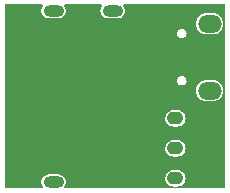
<source format=gbr>
%TF.GenerationSoftware,Altium Limited,Altium Designer,20.1.8 (145)*%
G04 Layer_Physical_Order=1*
G04 Layer_Color=255*
%FSLAX45Y45*%
%MOMM*%
%TF.SameCoordinates,69C50D53-9BFA-4F85-B750-FB8D41B2BBF4*%
%TF.FilePolarity,Positive*%
%TF.FileFunction,Copper,L1,Top,Signal*%
%TF.Part,Single*%
G01*
G75*
%TA.AperFunction,ComponentPad*%
%ADD10O,2.00000X1.50000*%
G04:AMPARAMS|DCode=11|XSize=1.1mm|YSize=1.4mm|CornerRadius=0.55mm|HoleSize=0mm|Usage=FLASHONLY|Rotation=90.000|XOffset=0mm|YOffset=0mm|HoleType=Round|Shape=RoundedRectangle|*
%AMROUNDEDRECTD11*
21,1,1.10000,0.30000,0,0,90.0*
21,1,0.00000,1.40000,0,0,90.0*
1,1,1.10000,0.15000,0.00000*
1,1,1.10000,0.15000,0.00000*
1,1,1.10000,-0.15000,0.00000*
1,1,1.10000,-0.15000,0.00000*
%
%ADD11ROUNDEDRECTD11*%
G04:AMPARAMS|DCode=12|XSize=2.25mm|YSize=3.75mm|CornerRadius=1.125mm|HoleSize=0mm|Usage=FLASHONLY|Rotation=180.000|XOffset=0mm|YOffset=0mm|HoleType=Round|Shape=RoundedRectangle|*
%AMROUNDEDRECTD12*
21,1,2.25000,1.50000,0,0,180.0*
21,1,0.00000,3.75000,0,0,180.0*
1,1,2.25000,0.00000,0.75000*
1,1,2.25000,0.00000,0.75000*
1,1,2.25000,0.00000,-0.75000*
1,1,2.25000,0.00000,-0.75000*
%
%ADD12ROUNDEDRECTD12*%
%ADD13O,2.25000X3.75000*%
%ADD14O,1.75000X1.00000*%
%TA.AperFunction,ViaPad*%
%ADD15C,0.80000*%
G36*
X1879609Y20391D02*
X523329D01*
X516303Y35631D01*
X517485Y37014D01*
X522850Y45770D01*
X526780Y55257D01*
X529177Y65242D01*
X529983Y75479D01*
X529177Y85717D01*
X526780Y95702D01*
X522850Y105189D01*
X517485Y113945D01*
X510816Y121754D01*
X503007Y128423D01*
X494251Y133788D01*
X484764Y137718D01*
X474779Y140115D01*
X464541Y140921D01*
X389541D01*
X379304Y140115D01*
X369319Y137718D01*
X359831Y133788D01*
X351076Y128423D01*
X343267Y121754D01*
X336598Y113945D01*
X331233Y105189D01*
X327303Y95702D01*
X324905Y85717D01*
X324100Y75479D01*
X324905Y65242D01*
X327303Y55257D01*
X331233Y45770D01*
X336598Y37014D01*
X337779Y35631D01*
X330753Y20391D01*
X20391D01*
Y1579609D01*
X329934D01*
X336960Y1564369D01*
X336598Y1563945D01*
X331233Y1555189D01*
X327303Y1545702D01*
X324905Y1535717D01*
X324100Y1525480D01*
X324905Y1515242D01*
X327303Y1505257D01*
X331233Y1495770D01*
X336598Y1487014D01*
X343267Y1479205D01*
X351076Y1472536D01*
X359831Y1467171D01*
X369319Y1463241D01*
X379304Y1460844D01*
X389541Y1460038D01*
X464541D01*
X474779Y1460844D01*
X484764Y1463241D01*
X494251Y1467171D01*
X503007Y1472536D01*
X510816Y1479205D01*
X517485Y1487014D01*
X522850Y1495770D01*
X526780Y1505257D01*
X529177Y1515242D01*
X529983Y1525480D01*
X529177Y1535717D01*
X526780Y1545702D01*
X522850Y1555189D01*
X517485Y1563945D01*
X517122Y1564369D01*
X524148Y1579609D01*
X829934D01*
X836960Y1564369D01*
X836598Y1563945D01*
X831233Y1555189D01*
X827303Y1545702D01*
X824905Y1535717D01*
X824100Y1525480D01*
X824905Y1515242D01*
X827303Y1505257D01*
X831233Y1495770D01*
X836598Y1487014D01*
X843267Y1479205D01*
X851076Y1472536D01*
X859831Y1467171D01*
X869319Y1463241D01*
X879304Y1460844D01*
X889541Y1460038D01*
X964541D01*
X974779Y1460844D01*
X984764Y1463241D01*
X994251Y1467171D01*
X1003007Y1472536D01*
X1010816Y1479205D01*
X1017485Y1487014D01*
X1022850Y1495770D01*
X1026780Y1505257D01*
X1029177Y1515242D01*
X1029983Y1525480D01*
X1029177Y1535717D01*
X1026780Y1545702D01*
X1022850Y1555189D01*
X1017485Y1563945D01*
X1017122Y1564369D01*
X1024148Y1579609D01*
X1879609D01*
Y20391D01*
D02*
G37*
%LPC*%
G36*
X1773013Y1505456D02*
X1723012D01*
X1711208Y1504682D01*
X1699606Y1502374D01*
X1688405Y1498572D01*
X1677795Y1493340D01*
X1667960Y1486768D01*
X1659066Y1478968D01*
X1651267Y1470075D01*
X1644695Y1460239D01*
X1639463Y1449630D01*
X1635660Y1438428D01*
X1633353Y1426826D01*
X1632579Y1415022D01*
X1633353Y1403218D01*
X1635660Y1391616D01*
X1639463Y1380415D01*
X1644695Y1369806D01*
X1651267Y1359970D01*
X1659066Y1351076D01*
X1667960Y1343277D01*
X1677795Y1336705D01*
X1688405Y1331473D01*
X1699606Y1327670D01*
X1711208Y1325363D01*
X1723012Y1324589D01*
X1773013D01*
X1784817Y1325363D01*
X1796419Y1327670D01*
X1807620Y1331473D01*
X1818230Y1336705D01*
X1828065Y1343277D01*
X1836959Y1351076D01*
X1844758Y1359970D01*
X1851330Y1369806D01*
X1856562Y1380415D01*
X1860365Y1391616D01*
X1862672Y1403218D01*
X1863446Y1415022D01*
X1862672Y1426826D01*
X1860365Y1438428D01*
X1856562Y1449630D01*
X1851330Y1460239D01*
X1844758Y1470075D01*
X1836959Y1478968D01*
X1828065Y1486768D01*
X1818230Y1493340D01*
X1807620Y1498572D01*
X1796419Y1502374D01*
X1784817Y1504682D01*
X1773013Y1505456D01*
D02*
G37*
G36*
X1513012Y1372457D02*
X1505124Y1371680D01*
X1497539Y1369379D01*
X1490548Y1365643D01*
X1484421Y1360614D01*
X1479392Y1354487D01*
X1475656Y1347496D01*
X1473355Y1339911D01*
X1472578Y1332022D01*
X1473355Y1324134D01*
X1475656Y1316549D01*
X1479392Y1309558D01*
X1484421Y1303431D01*
X1490548Y1298402D01*
X1497539Y1294666D01*
X1505124Y1292365D01*
X1513012Y1291588D01*
X1520901Y1292365D01*
X1528486Y1294666D01*
X1535477Y1298402D01*
X1541604Y1303431D01*
X1546633Y1309558D01*
X1550369Y1316549D01*
X1552670Y1324134D01*
X1553447Y1332022D01*
X1552670Y1339911D01*
X1550369Y1347496D01*
X1546633Y1354487D01*
X1541604Y1360614D01*
X1535477Y1365643D01*
X1528486Y1369379D01*
X1520901Y1371680D01*
X1513012Y1372457D01*
D02*
G37*
G36*
Y972457D02*
X1505124Y971680D01*
X1497539Y969379D01*
X1490548Y965642D01*
X1484421Y960614D01*
X1479392Y954487D01*
X1475656Y947496D01*
X1473355Y939911D01*
X1472578Y932022D01*
X1473355Y924134D01*
X1475656Y916549D01*
X1479392Y909558D01*
X1484421Y903431D01*
X1490548Y898402D01*
X1497539Y894665D01*
X1505124Y892364D01*
X1513012Y891587D01*
X1520901Y892364D01*
X1528486Y894665D01*
X1535477Y898402D01*
X1541604Y903431D01*
X1546633Y909558D01*
X1550369Y916549D01*
X1552670Y924134D01*
X1553447Y932022D01*
X1552670Y939911D01*
X1550369Y947496D01*
X1546633Y954487D01*
X1541604Y960614D01*
X1535477Y965642D01*
X1528486Y969379D01*
X1520901Y971680D01*
X1513012Y972457D01*
D02*
G37*
G36*
X1773013Y939456D02*
X1723012D01*
X1711208Y938682D01*
X1699606Y936374D01*
X1688405Y932572D01*
X1677795Y927340D01*
X1667960Y920768D01*
X1659066Y912968D01*
X1651267Y904075D01*
X1644695Y894239D01*
X1639463Y883630D01*
X1635660Y872428D01*
X1633353Y860826D01*
X1632579Y849022D01*
X1633353Y837219D01*
X1635660Y825617D01*
X1639463Y814415D01*
X1644695Y803806D01*
X1651267Y793970D01*
X1659066Y785076D01*
X1667960Y777277D01*
X1677795Y770705D01*
X1688405Y765473D01*
X1699606Y761671D01*
X1711208Y759363D01*
X1723012Y758589D01*
X1773013D01*
X1784817Y759363D01*
X1796419Y761671D01*
X1807620Y765473D01*
X1818230Y770705D01*
X1828065Y777277D01*
X1836959Y785076D01*
X1844758Y793970D01*
X1851330Y803806D01*
X1856562Y814415D01*
X1860365Y825617D01*
X1862672Y837219D01*
X1863446Y849022D01*
X1862672Y860826D01*
X1860365Y872428D01*
X1856562Y883630D01*
X1851330Y894239D01*
X1844758Y904075D01*
X1836959Y912968D01*
X1828065Y920768D01*
X1818230Y927340D01*
X1807620Y932572D01*
X1796419Y936374D01*
X1784817Y938682D01*
X1773013Y939456D01*
D02*
G37*
G36*
X1474369Y684553D02*
X1444369D01*
X1433347Y683685D01*
X1422597Y681105D01*
X1412382Y676873D01*
X1402955Y671097D01*
X1394548Y663916D01*
X1387368Y655509D01*
X1381591Y646083D01*
X1377360Y635868D01*
X1374779Y625118D01*
X1373912Y614096D01*
X1374779Y603074D01*
X1377360Y592323D01*
X1381591Y582109D01*
X1387368Y572682D01*
X1394548Y564275D01*
X1402955Y557095D01*
X1412382Y551318D01*
X1422597Y547087D01*
X1433347Y544506D01*
X1444369Y543639D01*
X1474369D01*
X1485391Y544506D01*
X1496141Y547087D01*
X1506356Y551318D01*
X1515783Y557095D01*
X1524189Y564275D01*
X1531370Y572682D01*
X1537147Y582109D01*
X1541378Y592323D01*
X1543959Y603074D01*
X1544826Y614096D01*
X1543959Y625118D01*
X1541378Y635868D01*
X1537147Y646083D01*
X1531370Y655509D01*
X1524189Y663916D01*
X1515783Y671097D01*
X1506356Y676873D01*
X1496141Y681105D01*
X1485391Y683685D01*
X1474369Y684553D01*
D02*
G37*
G36*
Y430553D02*
X1444369D01*
X1433347Y429685D01*
X1422597Y427105D01*
X1412382Y422873D01*
X1402955Y417097D01*
X1394548Y409916D01*
X1387368Y401509D01*
X1381591Y392083D01*
X1377360Y381868D01*
X1374779Y371118D01*
X1373912Y360096D01*
X1374779Y349074D01*
X1377360Y338323D01*
X1381591Y328109D01*
X1387368Y318682D01*
X1394548Y310275D01*
X1402955Y303095D01*
X1412382Y297318D01*
X1422597Y293087D01*
X1433347Y290506D01*
X1444369Y289639D01*
X1474369D01*
X1485391Y290506D01*
X1496141Y293087D01*
X1506356Y297318D01*
X1515783Y303095D01*
X1524189Y310275D01*
X1531370Y318682D01*
X1537147Y328109D01*
X1541378Y338323D01*
X1543959Y349074D01*
X1544826Y360096D01*
X1543959Y371118D01*
X1541378Y381868D01*
X1537147Y392083D01*
X1531370Y401509D01*
X1524189Y409916D01*
X1515783Y417097D01*
X1506356Y422873D01*
X1496141Y427105D01*
X1485391Y429685D01*
X1474369Y430553D01*
D02*
G37*
G36*
Y176553D02*
X1444369D01*
X1433347Y175685D01*
X1422597Y173105D01*
X1412382Y168873D01*
X1402955Y163097D01*
X1394548Y155916D01*
X1387368Y147509D01*
X1381591Y138083D01*
X1377360Y127868D01*
X1374779Y117118D01*
X1373912Y106096D01*
X1374779Y95074D01*
X1377360Y84323D01*
X1381591Y74109D01*
X1387368Y64682D01*
X1394548Y56275D01*
X1402955Y49095D01*
X1412382Y43318D01*
X1422597Y39087D01*
X1433347Y36506D01*
X1444369Y35639D01*
X1474369D01*
X1485391Y36506D01*
X1496141Y39087D01*
X1506356Y43318D01*
X1515783Y49095D01*
X1524189Y56275D01*
X1531370Y64682D01*
X1537147Y74109D01*
X1541378Y84323D01*
X1543959Y95074D01*
X1544826Y106096D01*
X1543959Y117118D01*
X1541378Y127868D01*
X1537147Y138083D01*
X1531370Y147509D01*
X1524189Y155916D01*
X1515783Y163097D01*
X1506356Y168873D01*
X1496141Y173105D01*
X1485391Y175685D01*
X1474369Y176553D01*
D02*
G37*
%LPD*%
D10*
X1748013Y1415022D02*
D03*
Y849022D02*
D03*
D11*
X1459369Y614096D02*
D03*
Y106096D02*
D03*
X1713369D02*
D03*
X1459369Y360096D02*
D03*
X1713369D02*
D03*
Y614096D02*
D03*
D12*
X1214541Y775480D02*
D03*
D13*
X139541D02*
D03*
D14*
X427041Y75479D02*
D03*
X927041D02*
D03*
X677041Y1525480D02*
D03*
X427041D02*
D03*
X927041D02*
D03*
D15*
X1345114Y1002022D02*
D03*
X1626195D02*
D03*
X326139Y1411197D02*
D03*
X1178573Y1278773D02*
D03*
X805451Y597704D02*
D03*
X1232525Y1046674D02*
D03*
X93980Y997645D02*
D03*
X1009942Y1318260D02*
D03*
X996183Y1069981D02*
D03*
X787041Y1084039D02*
D03*
%TF.MD5,469b365abfad2d3d3f64a1c1110e277b*%
M02*

</source>
